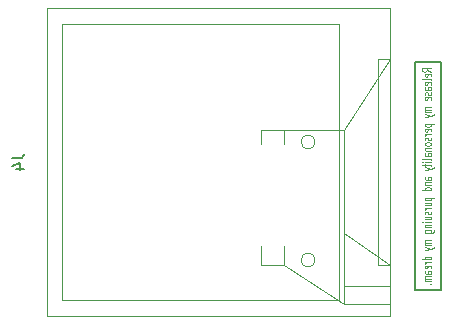
<source format=gbr>
%TF.GenerationSoftware,KiCad,Pcbnew,(6.0.0)*%
%TF.CreationDate,2022-02-04T16:42:34+08:00*%
%TF.ProjectId,screen,73637265-656e-42e6-9b69-6361645f7063,rev?*%
%TF.SameCoordinates,Original*%
%TF.FileFunction,Legend,Bot*%
%TF.FilePolarity,Positive*%
%FSLAX46Y46*%
G04 Gerber Fmt 4.6, Leading zero omitted, Abs format (unit mm)*
G04 Created by KiCad (PCBNEW (6.0.0)) date 2022-02-04 16:42:34*
%MOMM*%
%LPD*%
G01*
G04 APERTURE LIST*
%ADD10C,0.150000*%
%ADD11C,0.100000*%
%ADD12C,0.120000*%
G04 APERTURE END LIST*
D10*
X142635000Y-110550000D02*
X144845000Y-110550000D01*
X144845000Y-110550000D02*
X144845000Y-91250000D01*
X144845000Y-91250000D02*
X142635000Y-91250000D01*
X142635000Y-91250000D02*
X142635000Y-110550000D01*
D11*
X144006904Y-92042857D02*
X143625952Y-91876190D01*
X144006904Y-91757142D02*
X143206904Y-91757142D01*
X143206904Y-91947619D01*
X143245000Y-91995238D01*
X143283095Y-92019047D01*
X143359285Y-92042857D01*
X143473571Y-92042857D01*
X143549761Y-92019047D01*
X143587857Y-91995238D01*
X143625952Y-91947619D01*
X143625952Y-91757142D01*
X143968809Y-92447619D02*
X144006904Y-92400000D01*
X144006904Y-92304761D01*
X143968809Y-92257142D01*
X143892619Y-92233333D01*
X143587857Y-92233333D01*
X143511666Y-92257142D01*
X143473571Y-92304761D01*
X143473571Y-92400000D01*
X143511666Y-92447619D01*
X143587857Y-92471428D01*
X143664047Y-92471428D01*
X143740238Y-92233333D01*
X144006904Y-92757142D02*
X143968809Y-92709523D01*
X143892619Y-92685714D01*
X143206904Y-92685714D01*
X143968809Y-93138095D02*
X144006904Y-93090476D01*
X144006904Y-92995238D01*
X143968809Y-92947619D01*
X143892619Y-92923809D01*
X143587857Y-92923809D01*
X143511666Y-92947619D01*
X143473571Y-92995238D01*
X143473571Y-93090476D01*
X143511666Y-93138095D01*
X143587857Y-93161904D01*
X143664047Y-93161904D01*
X143740238Y-92923809D01*
X144006904Y-93590476D02*
X143587857Y-93590476D01*
X143511666Y-93566666D01*
X143473571Y-93519047D01*
X143473571Y-93423809D01*
X143511666Y-93376190D01*
X143968809Y-93590476D02*
X144006904Y-93542857D01*
X144006904Y-93423809D01*
X143968809Y-93376190D01*
X143892619Y-93352380D01*
X143816428Y-93352380D01*
X143740238Y-93376190D01*
X143702142Y-93423809D01*
X143702142Y-93542857D01*
X143664047Y-93590476D01*
X143968809Y-93804761D02*
X144006904Y-93852380D01*
X144006904Y-93947619D01*
X143968809Y-93995238D01*
X143892619Y-94019047D01*
X143854523Y-94019047D01*
X143778333Y-93995238D01*
X143740238Y-93947619D01*
X143740238Y-93876190D01*
X143702142Y-93828571D01*
X143625952Y-93804761D01*
X143587857Y-93804761D01*
X143511666Y-93828571D01*
X143473571Y-93876190D01*
X143473571Y-93947619D01*
X143511666Y-93995238D01*
X143968809Y-94423809D02*
X144006904Y-94376190D01*
X144006904Y-94280952D01*
X143968809Y-94233333D01*
X143892619Y-94209523D01*
X143587857Y-94209523D01*
X143511666Y-94233333D01*
X143473571Y-94280952D01*
X143473571Y-94376190D01*
X143511666Y-94423809D01*
X143587857Y-94447619D01*
X143664047Y-94447619D01*
X143740238Y-94209523D01*
X144006904Y-95042857D02*
X143473571Y-95042857D01*
X143549761Y-95042857D02*
X143511666Y-95066666D01*
X143473571Y-95114285D01*
X143473571Y-95185714D01*
X143511666Y-95233333D01*
X143587857Y-95257142D01*
X144006904Y-95257142D01*
X143587857Y-95257142D02*
X143511666Y-95280952D01*
X143473571Y-95328571D01*
X143473571Y-95400000D01*
X143511666Y-95447619D01*
X143587857Y-95471428D01*
X144006904Y-95471428D01*
X143473571Y-95661904D02*
X144006904Y-95780952D01*
X143473571Y-95900000D02*
X144006904Y-95780952D01*
X144197380Y-95733333D01*
X144235476Y-95709523D01*
X144273571Y-95661904D01*
X143473571Y-96471428D02*
X144273571Y-96471428D01*
X143511666Y-96471428D02*
X143473571Y-96519047D01*
X143473571Y-96614285D01*
X143511666Y-96661904D01*
X143549761Y-96685714D01*
X143625952Y-96709523D01*
X143854523Y-96709523D01*
X143930714Y-96685714D01*
X143968809Y-96661904D01*
X144006904Y-96614285D01*
X144006904Y-96519047D01*
X143968809Y-96471428D01*
X143968809Y-97114285D02*
X144006904Y-97066666D01*
X144006904Y-96971428D01*
X143968809Y-96923809D01*
X143892619Y-96900000D01*
X143587857Y-96900000D01*
X143511666Y-96923809D01*
X143473571Y-96971428D01*
X143473571Y-97066666D01*
X143511666Y-97114285D01*
X143587857Y-97138095D01*
X143664047Y-97138095D01*
X143740238Y-96900000D01*
X144006904Y-97352380D02*
X143473571Y-97352380D01*
X143625952Y-97352380D02*
X143549761Y-97376190D01*
X143511666Y-97400000D01*
X143473571Y-97447619D01*
X143473571Y-97495238D01*
X143968809Y-97638095D02*
X144006904Y-97685714D01*
X144006904Y-97780952D01*
X143968809Y-97828571D01*
X143892619Y-97852380D01*
X143854523Y-97852380D01*
X143778333Y-97828571D01*
X143740238Y-97780952D01*
X143740238Y-97709523D01*
X143702142Y-97661904D01*
X143625952Y-97638095D01*
X143587857Y-97638095D01*
X143511666Y-97661904D01*
X143473571Y-97709523D01*
X143473571Y-97780952D01*
X143511666Y-97828571D01*
X144006904Y-98138095D02*
X143968809Y-98090476D01*
X143930714Y-98066666D01*
X143854523Y-98042857D01*
X143625952Y-98042857D01*
X143549761Y-98066666D01*
X143511666Y-98090476D01*
X143473571Y-98138095D01*
X143473571Y-98209523D01*
X143511666Y-98257142D01*
X143549761Y-98280952D01*
X143625952Y-98304761D01*
X143854523Y-98304761D01*
X143930714Y-98280952D01*
X143968809Y-98257142D01*
X144006904Y-98209523D01*
X144006904Y-98138095D01*
X143473571Y-98519047D02*
X144006904Y-98519047D01*
X143549761Y-98519047D02*
X143511666Y-98542857D01*
X143473571Y-98590476D01*
X143473571Y-98661904D01*
X143511666Y-98709523D01*
X143587857Y-98733333D01*
X144006904Y-98733333D01*
X144006904Y-99185714D02*
X143587857Y-99185714D01*
X143511666Y-99161904D01*
X143473571Y-99114285D01*
X143473571Y-99019047D01*
X143511666Y-98971428D01*
X143968809Y-99185714D02*
X144006904Y-99138095D01*
X144006904Y-99019047D01*
X143968809Y-98971428D01*
X143892619Y-98947619D01*
X143816428Y-98947619D01*
X143740238Y-98971428D01*
X143702142Y-99019047D01*
X143702142Y-99138095D01*
X143664047Y-99185714D01*
X144006904Y-99495238D02*
X143968809Y-99447619D01*
X143892619Y-99423809D01*
X143206904Y-99423809D01*
X144006904Y-99685714D02*
X143473571Y-99685714D01*
X143206904Y-99685714D02*
X143245000Y-99661904D01*
X143283095Y-99685714D01*
X143245000Y-99709523D01*
X143206904Y-99685714D01*
X143283095Y-99685714D01*
X143473571Y-99852380D02*
X143473571Y-100042857D01*
X143206904Y-99923809D02*
X143892619Y-99923809D01*
X143968809Y-99947619D01*
X144006904Y-99995238D01*
X144006904Y-100042857D01*
X143473571Y-100161904D02*
X144006904Y-100280952D01*
X143473571Y-100400000D02*
X144006904Y-100280952D01*
X144197380Y-100233333D01*
X144235476Y-100209523D01*
X144273571Y-100161904D01*
X144006904Y-101185714D02*
X143587857Y-101185714D01*
X143511666Y-101161904D01*
X143473571Y-101114285D01*
X143473571Y-101019047D01*
X143511666Y-100971428D01*
X143968809Y-101185714D02*
X144006904Y-101138095D01*
X144006904Y-101019047D01*
X143968809Y-100971428D01*
X143892619Y-100947619D01*
X143816428Y-100947619D01*
X143740238Y-100971428D01*
X143702142Y-101019047D01*
X143702142Y-101138095D01*
X143664047Y-101185714D01*
X143473571Y-101423809D02*
X144006904Y-101423809D01*
X143549761Y-101423809D02*
X143511666Y-101447619D01*
X143473571Y-101495238D01*
X143473571Y-101566666D01*
X143511666Y-101614285D01*
X143587857Y-101638095D01*
X144006904Y-101638095D01*
X144006904Y-102090476D02*
X143206904Y-102090476D01*
X143968809Y-102090476D02*
X144006904Y-102042857D01*
X144006904Y-101947619D01*
X143968809Y-101900000D01*
X143930714Y-101876190D01*
X143854523Y-101852380D01*
X143625952Y-101852380D01*
X143549761Y-101876190D01*
X143511666Y-101900000D01*
X143473571Y-101947619D01*
X143473571Y-102042857D01*
X143511666Y-102090476D01*
X143473571Y-102709523D02*
X144273571Y-102709523D01*
X143511666Y-102709523D02*
X143473571Y-102757142D01*
X143473571Y-102852380D01*
X143511666Y-102900000D01*
X143549761Y-102923809D01*
X143625952Y-102947619D01*
X143854523Y-102947619D01*
X143930714Y-102923809D01*
X143968809Y-102900000D01*
X144006904Y-102852380D01*
X144006904Y-102757142D01*
X143968809Y-102709523D01*
X143473571Y-103376190D02*
X144006904Y-103376190D01*
X143473571Y-103161904D02*
X143892619Y-103161904D01*
X143968809Y-103185714D01*
X144006904Y-103233333D01*
X144006904Y-103304761D01*
X143968809Y-103352380D01*
X143930714Y-103376190D01*
X144006904Y-103614285D02*
X143473571Y-103614285D01*
X143625952Y-103614285D02*
X143549761Y-103638095D01*
X143511666Y-103661904D01*
X143473571Y-103709523D01*
X143473571Y-103757142D01*
X143968809Y-103900000D02*
X144006904Y-103947619D01*
X144006904Y-104042857D01*
X143968809Y-104090476D01*
X143892619Y-104114285D01*
X143854523Y-104114285D01*
X143778333Y-104090476D01*
X143740238Y-104042857D01*
X143740238Y-103971428D01*
X143702142Y-103923809D01*
X143625952Y-103900000D01*
X143587857Y-103900000D01*
X143511666Y-103923809D01*
X143473571Y-103971428D01*
X143473571Y-104042857D01*
X143511666Y-104090476D01*
X143473571Y-104542857D02*
X144006904Y-104542857D01*
X143473571Y-104328571D02*
X143892619Y-104328571D01*
X143968809Y-104352380D01*
X144006904Y-104400000D01*
X144006904Y-104471428D01*
X143968809Y-104519047D01*
X143930714Y-104542857D01*
X144006904Y-104780952D02*
X143473571Y-104780952D01*
X143206904Y-104780952D02*
X143245000Y-104757142D01*
X143283095Y-104780952D01*
X143245000Y-104804761D01*
X143206904Y-104780952D01*
X143283095Y-104780952D01*
X143473571Y-105019047D02*
X144006904Y-105019047D01*
X143549761Y-105019047D02*
X143511666Y-105042857D01*
X143473571Y-105090476D01*
X143473571Y-105161904D01*
X143511666Y-105209523D01*
X143587857Y-105233333D01*
X144006904Y-105233333D01*
X143473571Y-105685714D02*
X144121190Y-105685714D01*
X144197380Y-105661904D01*
X144235476Y-105638095D01*
X144273571Y-105590476D01*
X144273571Y-105519047D01*
X144235476Y-105471428D01*
X143968809Y-105685714D02*
X144006904Y-105638095D01*
X144006904Y-105542857D01*
X143968809Y-105495238D01*
X143930714Y-105471428D01*
X143854523Y-105447619D01*
X143625952Y-105447619D01*
X143549761Y-105471428D01*
X143511666Y-105495238D01*
X143473571Y-105542857D01*
X143473571Y-105638095D01*
X143511666Y-105685714D01*
X144006904Y-106304761D02*
X143473571Y-106304761D01*
X143549761Y-106304761D02*
X143511666Y-106328571D01*
X143473571Y-106376190D01*
X143473571Y-106447619D01*
X143511666Y-106495238D01*
X143587857Y-106519047D01*
X144006904Y-106519047D01*
X143587857Y-106519047D02*
X143511666Y-106542857D01*
X143473571Y-106590476D01*
X143473571Y-106661904D01*
X143511666Y-106709523D01*
X143587857Y-106733333D01*
X144006904Y-106733333D01*
X143473571Y-106923809D02*
X144006904Y-107042857D01*
X143473571Y-107161904D02*
X144006904Y-107042857D01*
X144197380Y-106995238D01*
X144235476Y-106971428D01*
X144273571Y-106923809D01*
X144006904Y-107947619D02*
X143206904Y-107947619D01*
X143968809Y-107947619D02*
X144006904Y-107900000D01*
X144006904Y-107804761D01*
X143968809Y-107757142D01*
X143930714Y-107733333D01*
X143854523Y-107709523D01*
X143625952Y-107709523D01*
X143549761Y-107733333D01*
X143511666Y-107757142D01*
X143473571Y-107804761D01*
X143473571Y-107900000D01*
X143511666Y-107947619D01*
X144006904Y-108185714D02*
X143473571Y-108185714D01*
X143625952Y-108185714D02*
X143549761Y-108209523D01*
X143511666Y-108233333D01*
X143473571Y-108280952D01*
X143473571Y-108328571D01*
X143968809Y-108685714D02*
X144006904Y-108638095D01*
X144006904Y-108542857D01*
X143968809Y-108495238D01*
X143892619Y-108471428D01*
X143587857Y-108471428D01*
X143511666Y-108495238D01*
X143473571Y-108542857D01*
X143473571Y-108638095D01*
X143511666Y-108685714D01*
X143587857Y-108709523D01*
X143664047Y-108709523D01*
X143740238Y-108471428D01*
X144006904Y-109138095D02*
X143587857Y-109138095D01*
X143511666Y-109114285D01*
X143473571Y-109066666D01*
X143473571Y-108971428D01*
X143511666Y-108923809D01*
X143968809Y-109138095D02*
X144006904Y-109090476D01*
X144006904Y-108971428D01*
X143968809Y-108923809D01*
X143892619Y-108900000D01*
X143816428Y-108900000D01*
X143740238Y-108923809D01*
X143702142Y-108971428D01*
X143702142Y-109090476D01*
X143664047Y-109138095D01*
X144006904Y-109376190D02*
X143473571Y-109376190D01*
X143549761Y-109376190D02*
X143511666Y-109400000D01*
X143473571Y-109447619D01*
X143473571Y-109519047D01*
X143511666Y-109566666D01*
X143587857Y-109590476D01*
X144006904Y-109590476D01*
X143587857Y-109590476D02*
X143511666Y-109614285D01*
X143473571Y-109661904D01*
X143473571Y-109733333D01*
X143511666Y-109780952D01*
X143587857Y-109804761D01*
X144006904Y-109804761D01*
X143930714Y-110042857D02*
X143968809Y-110066666D01*
X144006904Y-110042857D01*
X143968809Y-110019047D01*
X143930714Y-110042857D01*
X144006904Y-110042857D01*
D10*
%TO.C,J4*%
X108537380Y-99366666D02*
X109251666Y-99366666D01*
X109394523Y-99319047D01*
X109489761Y-99223809D01*
X109537380Y-99080952D01*
X109537380Y-98985714D01*
X108870714Y-100271428D02*
X109537380Y-100271428D01*
X108489761Y-100033333D02*
X109204047Y-99795238D01*
X109204047Y-100414285D01*
D12*
X140485000Y-108400000D02*
X136585000Y-105700000D01*
X140485000Y-110200000D02*
X136585000Y-110200000D01*
X131585000Y-97000000D02*
X136585000Y-97000000D01*
X131585000Y-106800000D02*
X131585000Y-108400000D01*
X131585000Y-97000000D02*
X129585000Y-97000000D01*
X131585000Y-97000000D02*
X131585000Y-98200000D01*
X140485000Y-91000000D02*
X136585000Y-97000000D01*
X129585000Y-97000000D02*
X129585000Y-98200000D01*
X131585000Y-108400000D02*
X129585000Y-108400000D01*
X136585000Y-111700000D02*
X140485000Y-111700000D01*
X136585000Y-97000000D02*
X136585000Y-111700000D01*
X129585000Y-108400000D02*
X129585000Y-106800000D01*
X136585000Y-111700000D02*
X131585000Y-108400000D01*
X140485000Y-91000000D02*
X139485000Y-91000000D01*
X139485000Y-91000000D02*
X139485000Y-108400000D01*
X139485000Y-108400000D02*
X140485000Y-108400000D01*
X140485000Y-108400000D02*
X140485000Y-91000000D01*
X111485000Y-86700000D02*
X140485000Y-86700000D01*
X140485000Y-86700000D02*
X140485000Y-112700000D01*
X140485000Y-112700000D02*
X111485000Y-112700000D01*
X111485000Y-112700000D02*
X111485000Y-86700000D01*
X136185000Y-88000000D02*
X112785000Y-88000000D01*
X112785000Y-88000000D02*
X112785000Y-111400000D01*
X112785000Y-111400000D02*
X136185000Y-111400000D01*
X136185000Y-111400000D02*
X136185000Y-88000000D01*
X134185000Y-98000000D02*
G75*
G03*
X134185000Y-98000000I-600000J0D01*
G01*
X134185000Y-108000000D02*
G75*
G03*
X134185000Y-108000000I-600000J0D01*
G01*
%TD*%
M02*

</source>
